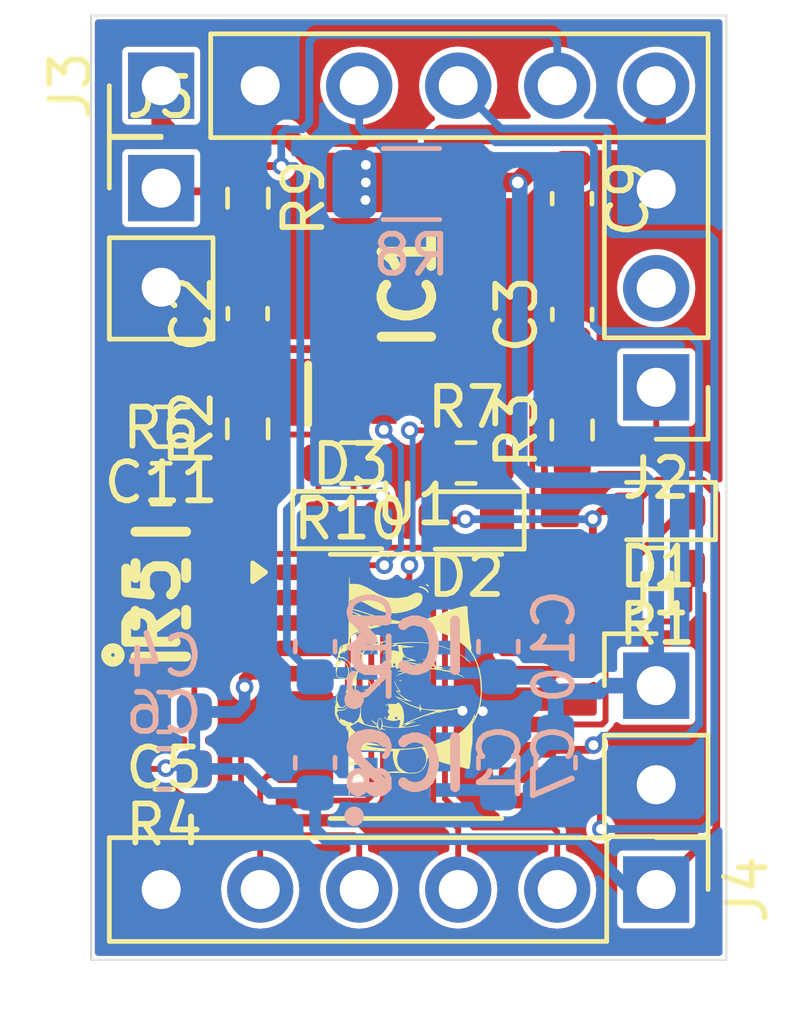
<source format=kicad_pcb>
(kicad_pcb (version 20240108) (generator "pcbnew") (generator_version "8.0")
  (layers (0 "F.Cu" signal) (31 "B.Cu" signal) (34 "B.Paste" user) (35 "F.Paste" user) (36 "B.SilkS" user "B.Silkscreen") (37 "F.SilkS" user "F.Silkscreen") (38 "B.Mask" user) (39 "F.Mask" user) (44 "Edge.Cuts" user))
  (net 0 "")
  (net 1 "VCC")
  (net 2 "/IN1")
  (net 3 "/Motor-")
  (net 4 "GND")
  (net 5 "/IN2")
  (net 6 "/Motor_PWM_OUT")
  (net 7 "/Motor+")
  (net 8 "+3.3V_MCU")
  (net 10 "+3.3V_ENC")
  (net 12 "/OSCH_IN")
  (net 13 "/OSCH_OUT")
  (net 14 "/Dbg_RX")
  (net 15 "/ENC_A")
  (net 16 "/ENC_B")
  (net 17 "/NRST")
  (net 18 "/Motor_PWM")
  (net 20 "/Dbg_TX")
  (net 21 "/BOOT0")
  (net 22 "/SWCLK")
  (net 23 "/SWDIO")
  (net 24 "/FMU_PWM_OUT")
  (net 25 "Net-(IC1-RS)")
  (net 27 "Net-(D1-K)")
  (net 28 "Net-(D2-K)")
  (net 29 "/FMU_PWM")
  (net 31 "Net-(D3-K)")
  (net 32 "/LED")
  (net 33 "/Klicky")
  (footprint "Capacitor_SMD:C_0603_1608Metric" (layer "F.Cu") (at 15.15 23.58 180)
    (property "Reference" "C11" (at 0 -1.43 180) (layer "F.SilkS"))
    (property "Value" "0.1uF")
    (pad "1" smd roundrect (at -0.775 0 180) (size 0.9 0.95) (layers "F.Cu" "F.Paste" "F.Mask") (net 33 "/Klicky"))
    (pad "2" smd roundrect (at 0.775 0 180) (size 0.9 0.95) (layers "F.Cu" "F.Paste" "F.Mask") (net 4 "GND"))
  )
  (footprint "Connector_PinHeader_2.54mm:PinHeader_1x06_P2.54mm_Vertical" (layer "F.Cu") (at 15.15 14.84 90)
    (property "Reference" "J3" (at 0 -2.33 90) (layer "F.SilkS"))
    (property "Value" "Motor")
    (pad "1" thru_hole rect (at 0 0 90) (size 1.7 1.7) (drill 1) (layers "*.Cu" "*.Mask") (net 7 "/Motor+"))
    (pad "2" thru_hole oval (at 0 2.54 90) (size 1.7 1.7) (drill 1) (layers "*.Cu" "*.Mask") (net 4 "GND"))
    (pad "3" thru_hole oval (at 0 5.08 90) (size 1.7 1.7) (drill 1) (layers "*.Cu" "*.Mask") (net 15 "/ENC_A"))
    (pad "4" thru_hole oval (at 0 7.62 90) (size 1.7 1.7) (drill 1) (layers "*.Cu" "*.Mask") (net 16 "/ENC_B"))
    (pad "5" thru_hole oval (at 0 10.16 90) (size 1.7 1.7) (drill 1) (layers "*.Cu" "*.Mask") (net 10 "+3.3V_ENC"))
    (pad "6" thru_hole oval (at 0 12.7 90) (size 1.7 1.7) (drill 1) (layers "*.Cu" "*.Mask") (net 3 "/Motor-"))
  )
  (footprint "Capacitor_SMD:C_0603_1608Metric" (layer "F.Cu") (at 25.69 17.735 -90)
    (property "Reference" "C9" (at 0 -1.43 90) (layer "F.SilkS"))
    (property "Value" "1uF")
    (pad "1" smd roundrect (at -0.775 0 270) (size 0.9 0.95) (layers "F.Cu" "F.Paste" "F.Mask") (net 1 "VCC"))
    (pad "2" smd roundrect (at 0.775 0 270) (size 0.9 0.95) (layers "F.Cu" "F.Paste" "F.Mask") (net 4 "GND"))
  )
  (footprint "Connector_PinHeader_2.54mm:PinHeader_1x06_P2.54mm_Vertical" (layer "F.Cu") (at 27.85 35.44 -90)
    (property "Reference" "J4" (at 0 -2.33 90) (layer "F.SilkS"))
    (property "Value" "Dbg_Port")
    (pad "1" thru_hole rect (at 0 0 270) (size 1.7 1.7) (drill 1) (layers "*.Cu" "*.Mask") (net 8 "+3.3V_MCU"))
    (pad "2" thru_hole oval (at 0 2.54 270) (size 1.7 1.7) (drill 1) (layers "*.Cu" "*.Mask") (net 23 "/SWDIO"))
    (pad "3" thru_hole oval (at 0 5.08 270) (size 1.7 1.7) (drill 1) (layers "*.Cu" "*.Mask") (net 22 "/SWCLK"))
    (pad "4" thru_hole oval (at 0 7.62 270) (size 1.7 1.7) (drill 1) (layers "*.Cu" "*.Mask") (net 14 "/Dbg_RX"))
    (pad "5" thru_hole oval (at 0 10.16 270) (size 1.7 1.7) (drill 1) (layers "*.Cu" "*.Mask") (net 20 "/Dbg_TX"))
    (pad "6" thru_hole oval (at 0 12.7 270) (size 1.7 1.7) (drill 1) (layers "*.Cu" "*.Mask") (net 4 "GND"))
  )
  (footprint "Resistor_SMD:R_0603_1608Metric" (layer "F.Cu") (at 17.37 23.635 90)
    (property "Reference" "R2" (at 0 -1.43 270) (layer "F.SilkS"))
    (property "Value" "R")
    (pad "1" smd roundrect (at -0.825 0 90) (size 0.8 0.95) (layers "F.Cu" "F.Paste" "F.Mask") (net 18 "/Motor_PWM"))
    (pad "2" smd roundrect (at 0.825 0 90) (size 0.8 0.95) (layers "F.Cu" "F.Paste" "F.Mask") (net 6 "/Motor_PWM_OUT"))
  )
  (footprint "SamacSys_Parts:nya_mini" (layer "F.Cu") (at 21.440185 30.234998 -90)
    (property "Reference" "" (hide yes))
    (property "Value" "" (hide yes))
  )
  (footprint "LED_SMD:LED_0603_1608Metric" (layer "F.Cu") (at 27.8875 25.74 180)
    (property "Reference" "D1" (at 0 -1.43 0) (layer "F.SilkS"))
    (property "Value" "LED")
    (pad "1" smd roundrect (at -0.7875 0 180) (size 0.875 0.95) (layers "F.Cu" "F.Paste" "F.Mask") (net 27 "Net-(D1-K)"))
    (pad "2" smd roundrect (at 0.7875 0 180) (size 0.875 0.95) (layers "F.Cu" "F.Paste" "F.Mask") (net 8 "+3.3V_MCU"))
  )
  (footprint "LED_SMD:LED_0603_1608Metric" (layer "F.Cu") (at 22.9775 25.98 180)
    (property "Reference" "D2" (at 0 -1.43 180) (layer "F.SilkS"))
    (property "Value" "+3.3V_MCU")
    (pad "1" smd roundrect (at -0.7875 0 180) (size 0.875 0.95) (layers "F.Cu" "F.Paste" "F.Mask") (net 28 "Net-(D2-K)"))
    (pad "2" smd roundrect (at 0.7875 0 180) (size 0.875 0.95) (layers "F.Cu" "F.Paste" "F.Mask") (net 8 "+3.3V_MCU"))
  )
  (footprint "Resistor_SMD:R_0603_1608Metric" (layer "F.Cu") (at 27.875 27.21 180)
    (property "Reference" "R1" (at 0 -1.43 0) (layer "F.SilkS"))
    (property "Value" "10K")
    (pad "1" smd roundrect (at -0.825 0 180) (size 0.8 0.95) (layers "F.Cu" "F.Paste" "F.Mask") (net 32 "/LED"))
    (pad "2" smd roundrect (at 0.825 0 180) (size 0.8 0.95) (layers "F.Cu" "F.Paste" "F.Mask") (net 27 "Net-(D1-K)"))
  )
  (footprint "Resistor_SMD:R_0603_1608Metric" (layer "F.Cu") (at 20.01 24.51 180)
    (property "Reference" "R10" (at 0 -1.43 180) (layer "F.SilkS"))
    (property "Value" "10K")
    (pad "1" smd roundrect (at -0.825 0 180) (size 0.8 0.95) (layers "F.Cu" "F.Paste" "F.Mask") (net 4 "GND"))
    (pad "2" smd roundrect (at 0.825 0 180) (size 0.8 0.95) (layers "F.Cu" "F.Paste" "F.Mask") (net 31 "Net-(D3-K)"))
  )
  (footprint "Capacitor_SMD:C_0603_1608Metric" (layer "F.Cu") (at 25.695 20.702 90)
    (property "Reference" "C3" (at 0 -1.43 270) (layer "F.SilkS"))
    (property "Value" "C")
    (pad "1" smd roundrect (at -0.775 0 90) (size 0.9 0.95) (layers "F.Cu" "F.Paste" "F.Mask") (net 24 "/FMU_PWM_OUT"))
    (pad "2" smd roundrect (at 0.775 0 90) (size 0.9 0.95) (layers "F.Cu" "F.Paste" "F.Mask") (net 4 "GND"))
  )
  (footprint "Resistor_SMD:R_0603_1608Metric" (layer "F.Cu") (at 15.225 32.35 180)
    (property "Reference" "R4" (at 0 -1.43 0) (layer "F.SilkS"))
    (property "Value" "10K")
    (pad "1" smd roundrect (at -0.825 0 180) (size 0.8 0.95) (layers "F.Cu" "F.Paste" "F.Mask") (net 17 "/NRST"))
    (pad "2" smd roundrect (at 0.825 0 180) (size 0.8 0.95) (layers "F.Cu" "F.Paste" "F.Mask") (net 8 "+3.3V_MCU"))
  )
  (footprint "Resistor_SMD:R_0603_1608Metric" (layer "F.Cu") (at 25.695 23.662 90)
    (property "Reference" "R3" (at 0 -1.43 270) (layer "F.SilkS"))
    (property "Value" "R")
    (pad "1" smd roundrect (at -0.825 0 90) (size 0.8 0.95) (layers "F.Cu" "F.Paste" "F.Mask") (net 29 "/FMU_PWM"))
    (pad "2" smd roundrect (at 0.825 0 90) (size 0.8 0.95) (layers "F.Cu" "F.Paste" "F.Mask") (net 24 "/FMU_PWM_OUT"))
  )
  (footprint "SamacSys_Parts:SOIC127P600X175-9N" (layer "F.Cu") (at 21.5 20.032 90)
    (property "Reference" "IC1" (at 0 0 90) (layer "F.SilkS") (effects (font (size 1.27 1.27) (thickness 0.254))))
    (property "Value" "TB67H450FNG" (hide yes))
    (pad "1" smd rect (at -2.712 -1.905 180) (size 0.65 1.525) (layers "F.Cu" "F.Paste" "F.Mask") (net 4 "GND"))
    (pad "2" smd rect (at -2.712 -0.635 180) (size 0.65 1.525) (layers "F.Cu" "F.Paste" "F.Mask") (net 5 "/IN2"))
    (pad "3" smd rect (at -2.712 0.635 180) (size 0.65 1.525) (layers "F.Cu" "F.Paste" "F.Mask") (net 2 "/IN1"))
    (pad "4" smd rect (at -2.712 1.905 180) (size 0.65 1.525) (layers "F.Cu" "F.Paste" "F.Mask") (net 6 "/Motor_PWM_OUT"))
    (pad "5" smd rect (at 2.712 1.905 180) (size 0.65 1.525) (layers "F.Cu" "F.Paste" "F.Mask") (net 1 "VCC"))
    (pad "6" smd rect (at 2.712 0.635 180) (size 0.65 1.525) (layers "F.Cu" "F.Paste" "F.Mask") (net 3 "/Motor-"))
    (pad "7" smd rect (at 2.712 -0.635 180) (size 0.65 1.525) (layers "F.Cu" "F.Paste" "F.Mask") (net 25 "Net-(IC1-RS)"))
    (pad "8" smd rect (at 2.712 -1.905 180) (size 0.65 1.525) (layers "F.Cu" "F.Paste" "F.Mask") (net 7 "/Motor+"))
    (pad "9" smd rect (at 0 0 90) (size 2.39 2.39) (layers "F.Cu" "F.Paste" "F.Mask") (net 4 "GND"))
  )
  (footprint "LED_SMD:LED_0603_1608Metric" (layer "F.Cu") (at 20.0075 25.97)
    (property "Reference" "D3" (at 0 -1.43 0) (layer "F.SilkS"))
    (property "Value" "+3.3V_ENC")
    (pad "1" smd roundrect (at -0.7875 0) (size 0.875 0.95) (layers "F.Cu" "F.Paste" "F.Mask") (net 31 "Net-(D3-K)"))
    (pad "2" smd roundrect (at 0.7875 0) (size 0.875 0.95) (layers "F.Cu" "F.Paste" "F.Mask") (net 10 "+3.3V_ENC"))
  )
  (footprint "Resistor_SMD:R_0603_1608Metric" (layer "F.Cu") (at 22.97 24.51)
    (property "Reference" "R7" (at 0 -1.43 360) (layer "F.SilkS"))
    (property "Value" "10K")
    (pad "1" smd roundrect (at -0.825 0) (size 0.8 0.95) (layers "F.Cu" "F.Paste" "F.Mask") (net 4 "GND"))
    (pad "2" smd roundrect (at 0.825 0) (size 0.8 0.95) (layers "F.Cu" "F.Paste" "F.Mask") (net 28 "Net-(D2-K)"))
  )
  (footprint "Resistor_SMD:R_0603_1608Metric" (layer "F.Cu") (at 17.375 17.723 -90)
    (property "Reference" "R9" (at 0 -1.43 90) (layer "F.SilkS"))
    (property "Value" "10K")
    (pad "1" smd roundrect (at -0.825 0 270) (size 0.8 0.95) (layers "F.Cu" "F.Paste" "F.Mask") (net 10 "+3.3V_ENC"))
    (pad "2" smd roundrect (at 0.825 0 270) (size 0.8 0.95) (layers "F.Cu" "F.Paste" "F.Mask") (net 33 "/Klicky"))
  )
  (footprint "Capacitor_SMD:C_0603_1608Metric" (layer "F.Cu") (at 15.225 30.89 180)
    (property "Reference" "C5" (at 0 -1.43 0) (layer "F.SilkS"))
    (property "Value" "0.1uF")
    (pad "1" smd roundrect (at -0.775 0 180) (size 0.9 0.95) (layers "F.Cu" "F.Paste" "F.Mask") (net 17 "/NRST"))
    (pad "2" smd roundrect (at 0.775 0 180) (size 0.9 0.95) (layers "F.Cu" "F.Paste" "F.Mask") (net 4 "GND"))
  )
  (footprint "Resistor_SMD:R_0603_1608Metric" (layer "F.Cu") (at 15.15 25.04)
    (property "Reference" "R6" (at 0 -1.43 0) (layer "F.SilkS"))
    (property "Value" "100R")
    (pad "1" smd roundrect (at -0.825 0) (size 0.8 0.95) (layers "F.Cu" "F.Paste" "F.Mask") (net 4 "GND"))
    (pad "2" smd roundrect (at 0.825 0) (size 0.8 0.95) (layers "F.Cu" "F.Paste" "F.Mask") (net 21 "/BOOT0"))
  )
  (footprint "SamacSys_Parts:CSTCE12M0G55-R0" (layer "F.Cu") (at 15.14 27.87 90)
    (property "Reference" "R5" (at -0.282 -0.192 90) (layer "F.SilkS") (effects (font (size 1.27 1.27) (thickness 0.254))))
    (property "Value" "CSTCE8M00G55-R0" (hide yes))
    (pad "1" smd rect (at -1.2 0 90) (size 0.4 2.1) (layers "F.Cu" "F.Paste" "F.Mask") (net 13 "/OSCH_OUT"))
    (pad "2" smd rect (at 0 0 90) (size 0.4 2.1) (layers "F.Cu" "F.Paste" "F.Mask") (net 4 "GND"))
    (pad "3" smd rect (at 1.2 0 90) (size 0.4 2.1) (layers "F.Cu" "F.Paste" "F.Mask") (net 12 "/OSCH_IN"))
  )
  (footprint "Connector_PinHeader_2.54mm:PinHeader_1x02_P2.54mm_Vertical" (layer "F.Cu") (at 15.15 17.465)
    (property "Reference" "J5" (at 0 -2.33 0) (layer "F.SilkS"))
    (property "Value" "Klicky")
    (pad "1" thru_hole rect (at 0 0) (size 1.7 1.7) (drill 1) (layers "*.Cu" "*.Mask") (net 33 "/Klicky"))
    (pad "2" thru_hole oval (at 0 2.54) (size 1.7 1.7) (drill 1) (layers "*.Cu" "*.Mask") (net 4 "GND"))
  )
  (footprint "Capacitor_SMD:C_0603_1608Metric" (layer "F.Cu") (at 17.37 20.68 90)
    (property "Reference" "C2" (at 0 -1.43 270) (layer "F.SilkS"))
    (property "Value" "C")
    (pad "1" smd roundrect (at -0.775 0 90) (size 0.9 0.95) (layers "F.Cu" "F.Paste" "F.Mask") (net 6 "/Motor_PWM_OUT"))
    (pad "2" smd roundrect (at 0.775 0 90) (size 0.9 0.95) (layers "F.Cu" "F.Paste" "F.Mask") (net 4 "GND"))
  )
  (footprint "Package_SO:TSSOP-20_4.4x6.5mm_P0.65mm" (layer "F.Cu") (at 21.6875 30.235)
    (property "Reference" "U1" (at -0.025 -4.658 0) (layer "F.SilkS"))
    (property "Value" "STM32F030F4Px")
    (pad "1" smd roundrect (at -2.8625 -2.925) (size 1.475 0.4) (layers "F.Cu" "F.Paste" "F.Mask") (net 21 "/BOOT0"))
    (pad "2" smd roundrect (at -2.8625 -2.275) (size 1.475 0.4) (layers "F.Cu" "F.Paste" "F.Mask") (net 12 "/OSCH_IN"))
    (pad "3" smd roundrect (at -2.8625 -1.625) (size 1.475 0.4) (layers "F.Cu" "F.Paste" "F.Mask") (net 13 "/OSCH_OUT"))
    (pad "4" smd roundrect (at -2.8625 -0.975) (size 1.475 0.4) (layers "F.Cu" "F.Paste" "F.Mask") (net 17 "/NRST"))
    (pad "5" smd roundrect (at -2.8625 -0.325) (size 1.475 0.4) (layers "F.Cu" "F.Paste" "F.Mask") (net 8 "+3.3V_MCU"))
    (pad "6" smd roundrect (at -2.8625 0.325) (size 1.475 0.4) (layers "F.Cu" "F.Paste" "F.Mask") (net 33 "/Klicky"))
    (pad "7" smd roundrect (at -2.8625 0.975) (size 1.475 0.4) (layers "F.Cu" "F.Paste" "F.Mask") (net 5 "/IN2"))
    (pad "8" smd roundrect (at -2.8625 1.625) (size 1.475 0.4) (layers "F.Cu" "F.Paste" "F.Mask") (net 20 "/Dbg_TX"))
    (pad "9" smd roundrect (at -2.8625 2.275) (size 1.475 0.4) (layers "F.Cu" "F.Paste" "F.Mask") (net 14 "/Dbg_RX"))
    (pad "10" smd roundrect (at -2.8625 2.925) (size 1.475 0.4) (layers "F.Cu" "F.Paste" "F.Mask") (net 2 "/IN1"))
    (pad "11" smd roundrect (at 2.8625 2.925) (size 1.475 0.4) (layers "F.Cu" "F.Paste" "F.Mask"))
    (pad "12" smd roundrect (at 2.8625 2.275) (size 1.475 0.4) (layers "F.Cu" "F.Paste" "F.Mask") (net 16 "/ENC_B"))
    (pad "13" smd roundrect (at 2.8625 1.625) (size 1.475 0.4) (layers "F.Cu" "F.Paste" "F.Mask") (net 15 "/ENC_A"))
    (pad "14" smd roundrect (at 2.8625 0.975) (size 1.475 0.4) (layers "F.Cu" "F.Paste" "F.Mask") (net 32 "/LED"))
    (pad "15" smd roundrect (at 2.8625 0.325) (size 1.475 0.4) (layers "F.Cu" "F.Paste" "F.Mask") (net 4 "GND"))
    (pad "16" smd roundrect (at 2.8625 -0.325) (size 1.475 0.4) (layers "F.Cu" "F.Paste" "F.Mask") (net 8 "+3.3V_MCU"))
    (pad "17" smd roundrect (at 2.8625 -0.975) (size 1.475 0.4) (layers "F.Cu" "F.Paste" "F.Mask") (net 24 "/FMU_PWM_OUT"))
    (pad "18" smd roundrect (at 2.8625 -1.625) (size 1.475 0.4) (layers "F.Cu" "F.Paste" "F.Mask") (net 18 "/Motor_PWM"))
    (pad "19" smd roundrect (at 2.8625 -2.275) (size 1.475 0.4) (layers "F.Cu" "F.Paste" "F.Mask") (net 23 "/SWDIO"))
    (pad "20" smd roundrect (at 2.8625 -2.925) (size 1.475 0.4) (layers "F.Cu" "F.Paste" "F.Mask") (net 22 "/SWCLK"))
  )
  (footprint "Connector_PinHeader_2.54mm:PinHeader_1x02_P2.54mm_Vertical" (layer "F.Cu") (at 27.85 30.215)
    (property "Reference" "J1" (at 0 -2.33 0) (layer "F.SilkS"))
    (property "Value" "Power_IN")
    (pad "1" thru_hole rect (at 0 0) (size 1.7 1.7) (drill 1) (layers "*.Cu" "*.Mask") (net 1 "VCC"))
    (pad "2" thru_hole oval (at 0 2.54) (size 1.7 1.7) (drill 1) (layers "*.Cu" "*.Mask") (net 4 "GND"))
  )
  (footprint "Connector_PinHeader_2.54mm:PinHeader_1x03_P2.54mm_Vertical" (layer "F.Cu") (at 27.85 22.57 180)
    (property "Reference" "J2" (at 0 -2.33 0) (layer "F.SilkS"))
    (property "Value" "FMU_PWM")
    (pad "1" thru_hole rect (at 0 0 180) (size 1.7 1.7) (drill 1) (layers "*.Cu" "*.Mask") (net 29 "/FMU_PWM"))
    (pad "2" thru_hole oval (at 0 2.54 180) (size 1.7 1.7) (drill 1) (layers "*.Cu" "*.Mask"))
    (pad "3" thru_hole oval (at 0 5.08 180) (size 1.7 1.7) (drill 1) (layers "*.Cu" "*.Mask") (net 4 "GND"))
  )
  (footprint "Capacitor_SMD:C_0603_1608Metric" (layer "B.Cu") (at 15.22 32.35 180)
    (property "Reference" "C6" (at 0 1.43 180) (layer "B.SilkS") (effects (justify mirror)))
    (property "Value" "1uF")
    (pad "1" smd roundrect (at -0.775 0 180) (size 0.9 0.95) (layers "B.Cu" "B.Paste" "B.Mask") (net 8 "+3.3V_MCU"))
    (pad "2" smd roundrect (at 0.775 0 180) (size 0.9 0.95) (layers "B.Cu" "B.Paste" "B.Mask") (net 4 "GND"))
  )
  (footprint "Resistor_SMD:R_1206_3216Metric" (layer "B.Cu") (at 21.57 17.36)
    (property "Reference" "R8" (at 0 1.82 360) (layer "B.SilkS") (effects (justify mirror)))
    (property "Value" "100mR")
    (pad "1" smd roundrect (at -1.4625 0) (size 1.125 1.75) (layers "B.Cu" "B.Paste" "B.Mask") (roundrect_rratio 0.222222) (net 25 "Net-(IC1-RS)"))
    (pad "2" smd roundrect (at 1.4625 0) (size 1.125 1.75) (layers "B.Cu" "B.Paste" "B.Mask") (roundrect_rratio 0.222222) (net 4 "GND"))
  )
  (footprint "Capacitor_SMD:C_0603_1608Metric" (layer "B.Cu") (at 19.1 29.215 90)
    (property "Reference" "C12" (at 0 1.43 90) (layer "B.SilkS") (effects (justify mirror)))
    (property "Value" "2.2uF")
    (pad "1" smd roundrect (at -0.775 0 90) (size 0.9 0.95) (layers "B.Cu" "B.Paste" "B.Mask") (net 10 "+3.3V_ENC"))
    (pad "2" smd roundrect (at 0.775 0 90) (size 0.9 0.95) (layers "B.Cu" "B.Paste" "B.Mask") (net 4 "GND"))
  )
  (footprint "Capacitor_SMD:C_0603_1608Metric" (layer "B.Cu") (at 19.1 32.19 90)
    (property "Reference" "C8" (at 0 1.43 90) (layer "B.SilkS") (effects (justify mirror)))
    (property "Value" "2.2uF")
    (pad "1" smd roundrect (at -0.775 0 90) (size 0.9 0.95) (layers "B.Cu" "B.Paste" "B.Mask") (net 8 "+3.3V_MCU"))
    (pad "2" smd roundrect (at 0.775 0 90) (size 0.9 0.95) (layers "B.Cu" "B.Paste" "B.Mask") (net 4 "GND"))
  )
  (footprint "SamacSys_Parts:SON65P200X200X80-7N" (layer "B.Cu") (at 21.45 29.24)
    (property "Reference" "IC3" (at 0 0 0) (layer "B.SilkS") (effects (font (size 1.27 1.27) (thickness 0.254)) (justify mirror)))
    (property "Value" "TPS70933DRVR" (hide yes))
    (pad "1" smd rect (at -1.05 0.65 270) (size 0.35 0.6) (layers "B.Cu" "B.Paste" "B.Mask") (net 10 "+3.3V_ENC"))
    (pad "2" smd rect (at -1.05 0 270) (size 0.35 0.6) (layers "B.Cu" "B.Paste" "B.Mask"))
    (pad "3" smd rect (at -1.05 -0.65 270) (size 0.35 0.6) (layers "B.Cu" "B.Paste" "B.Mask") (net 4 "GND"))
    (pad "4" smd rect (at 1.05 -0.65 270) (size 0.35 0.6) (layers "B.Cu" "B.Paste" "B.Mask"))
    (pad "5" smd rect (at 1.05 0 270) (size 0.35 0.6) (layers "B.Cu" "B.Paste" "B.Mask"))
    (pad "6" smd rect (at 1.05 0.65 270) (size 0.35 0.6) (layers "B.Cu" "B.Paste" "B.Mask") (net 1 "VCC"))
    (pad "7" smd rect (at 0 0) (size 1.1 1.7) (layers "B.Cu" "B.Paste" "B.Mask") (net 4 "GND"))
  )
  (footprint "Capacitor_SMD:C_0603_1608Metric" (layer "B.Cu") (at 15.225 30.89 180)
    (property "Reference" "C4" (at 0 1.43 180) (layer "B.SilkS") (effects (justify mirror)))
    (property "Value" "0.1uF")
    (pad "1" smd roundrect (at -0.775 0 180) (size 0.9 0.95) (layers "B.Cu" "B.Paste" "B.Mask") (net 8 "+3.3V_MCU"))
    (pad "2" smd roundrect (at 0.775 0 180) (size 0.9 0.95) (layers "B.Cu" "B.Paste" "B.Mask") (net 4 "GND"))
  )
  (footprint "Capacitor_SMD:C_0603_1608Metric" (layer "B.Cu") (at 25.27 32.19 -90)
    (property "Reference" "C1" (at 0 1.43 90) (layer "B.SilkS") (effects (justify mirror)))
    (property "Value" "1uF")
    (pad "1" smd roundrect (at -0.775 0 270) (size 0.9 0.95) (layers "B.Cu" "B.Paste" "B.Mask") (net 1 "VCC"))
    (pad "2" smd roundrect (at 0.775 0 270) (size 0.9 0.95) (layers "B.Cu" "B.Paste" "B.Mask") (net 4 "GND"))
  )
  (footprint "SamacSys_Parts:SON65P200X200X80-7N" (layer "B.Cu") (at 21.45 32.24)
    (property "Reference" "IC2" (at 0 0 0) (layer "B.SilkS") (effects (font (size 1.27 1.27) (thickness 0.254)) (justify mirror)))
    (property "Value" "TPS70933DRVR" (hide yes))
    (pad "1" smd rect (at -1.05 0.65 270) (size 0.35 0.6) (layers "B.Cu" "B.Paste" "B.Mask") (net 8 "+3.3V_MCU"))
    (pad "2" smd rect (at -1.05 0 270) (size 0.35 0.6) (layers "B.Cu" "B.Paste" "B.Mask"))
    (pad "3" smd rect (at -1.05 -0.65 270) (size 0.35 0.6) (layers "B.Cu" "B.Paste" "B.Mask") (net 4 "GND"))
    (pad "4" smd rect (at 1.05 -0.65 270) (size 0.35 0.6) (layers "B.Cu" "B.Paste" "B.Mask"))
    (pad "5" smd rect (at 1.05 0 270) (size 0.35 0.6) (layers "B.Cu" "B.Paste" "B.Mask"))
    (pad "6" smd rect (at 1.05 0.65 270) (size 0.35 0.6) (layers "B.Cu" "B.Paste" "B.Mask") (net 1 "VCC"))
    (pad "7" smd rect (at 0 0) (size 1.1 1.7) (layers "B.Cu" "B.Paste" "B.Mask") (net 4 "GND"))
  )
  (footprint "Capacitor_SMD:C_0603_1608Metric" (layer "B.Cu") (at 23.8 32.19 90)
    (property "Reference" "C7" (at 0 1.43 90) (layer "B.SilkS") (effects (justify mirror)))
    (property "Value" "1uF")
    (pad "1" smd roundrect (at -0.775 0 90) (size 0.9 0.95) (layers "B.Cu" "B.Paste" "B.Mask") (net 1 "VCC"))
    (pad "2" smd roundrect (at 0.775 0 90) (size 0.9 0.95) (layers "B.Cu" "B.Paste" "B.Mask") (net 4 "GND"))
  )
  (footprint "Capacitor_SMD:C_0603_1608Metric" (layer "B.Cu") (at 23.8 29.215 90)
    (property "Reference" "C10" (at 0 1.43 90) (layer "B.SilkS") (effects (justify mirror)))
    (property "Value" "1uF")
    (pad "1" smd roundrect (at -0.775 0 90) (size 0.9 0.95) (layers "B.Cu" "B.Paste" "B.Mask") (net 1 "VCC"))
    (pad "2" smd roundrect (at 0.775 0 90) (size 0.9 0.95) (layers "B.Cu" "B.Paste" "B.Mask") (net 4 "GND"))
  )
  (gr_rect (start 13.35 13.04) (end 29.65 37.24) (stroke (width 0.05)) (fill none) (layer "Edge.Cuts"))
  (segment (start 23.405 17.32) (end 24.3 17.32) (width 0.5) (layer "F.Cu") (net 1))
  (segment (start 24.3 17.32) (end 24.66 16.96) (width 0.5) (layer "F.Cu") (net 1))
  (segment (start 24.66 16.96) (end 25.69 16.96) (width 0.5) (layer "F.Cu") (net 1))
  (via (at 24.3 17.32) (size 0.45) (drill 0.3) (layers "F.Cu" "B.Cu") (net 1))
  (segment (start 23.7 29.89) (end 23.8 29.99) (width 0.3) (layer "B.Cu") (net 1))
  (segment (start 26.535 30.215) (end 27.85 30.215) (width 0.4) (layer "B.Cu") (net 1))
  (segment (start 24.66 24.95) (end 27.57 24.95) (width 0.4) (layer "B.Cu") (net 1))
  (segment (start 25.27 30.37) (end 24.89 29.99) (width 0.4) (layer "B.Cu") (net 1))
  (segment (start 26.38 30.37) (end 26.535 30.215) (width 0.4) (layer "B.Cu") (net 1))
  (segment (start 24.35 24.64) (end 24.66 24.95) (width 0.4) (layer "B.Cu") (net 1))
  (segment (start 23.8 32.885) (end 25.27 31.415) (width 0.4) (layer "B.Cu") (net 1))
  (segment (start 27.85 25.23) (end 27.85 30.215) (width 0.4) (layer "B.Cu") (net 1))
  (segment (start 23.725 32.89) (end 23.8 32.965) (width 0.3) (layer "B.Cu") (net 1))
  (segment (start 22.5 29.89) (end 23.7 29.89) (width 0.3) (layer "B.Cu") (net 1))
  (segment (start 27.57 24.95) (end 27.85 25.23) (width 0.4) (layer "B.Cu") (net 1))
  (segment (start 25.27 30.37) (end 26.38 30.37) (width 0.4) (layer "B.Cu") (net 1))
  (segment (start 24.3 17.32) (end 24.35 17.37) (width 0.4) (layer "B.Cu") (net 1))
  (segment (start 25.27 31.415) (end 25.27 30.37) (width 0.4) (layer "B.Cu") (net 1))
  (segment (start 22.5 32.89) (end 23.725 32.89) (width 0.3) (layer "B.Cu") (net 1))
  (segment (start 24.89 29.99) (end 23.8 29.99) (width 0.4) (layer "B.Cu") (net 1))
  (segment (start 23.8 32.965) (end 23.8 32.885) (width 0.4) (layer "B.Cu") (net 1))
  (segment (start 24.35 17.37) (end 24.35 24.64) (width 0.4) (layer "B.Cu") (net 1))
  (segment (start 21.52 27.45) (end 21.39 27.58) (width 0.15) (layer "F.Cu") (net 2))
  (segment (start 21.39 27.58) (end 20.65 27.58) (width 0.15) (layer "F.Cu") (net 2))
  (segment (start 20.54 27.69) (end 20.54 33.04) (width 0.15) (layer "F.Cu") (net 2))
  (segment (start 21.52 27.13) (end 21.52 27.45) (width 0.15) (layer "F.Cu") (net 2))
  (segment (start 20.54 33.04) (end 20.42 33.16) (width 0.15) (layer "F.Cu") (net 2))
  (segment (start 21.526468 23.672078) (end 22.087922 23.672078) (width 0.15) (layer "F.Cu") (net 2))
  (segment (start 20.65 27.58) (end 20.54 27.69) (width 0.15) (layer "F.Cu") (net 2))
  (segment (start 22.135 23.625) (end 22.135 22.744) (width 0.15) (layer "F.Cu") (net 2))
  (segment (start 20.42 33.16) (end 18.825 33.16) (width 0.15) (layer "F.Cu") (net 2))
  (segment (start 22.087922 23.672078) (end 22.135 23.625) (width 0.15) (layer "F.Cu") (net 2))
  (via (at 21.52 27.13) (size 0.45) (drill 0.25) (layers "F.Cu" "B.Cu") (net 2))
  (via (at 21.526468 23.672078) (size 0.45) (drill 0.25) (layers "F.Cu" "B.Cu") (net 2))
  (segment (start 21.52 27.13) (end 21.6 27.05) (width 0.15) (layer "B.Cu") (net 2))
  (segment (start 21.6 23.74561) (end 21.526468 23.672078) (width 0.15) (layer "B.Cu") (net 2))
  (segment (start 21.6 27.05) (end 21.6 23.74561) (width 0.15) (layer "B.Cu") (net 2))
  (segment (start 27.54 16.09) (end 27.85 15.78) (width 0.5) (layer "F.Cu") (net 3))
  (segment (start 22.135 16.305) (end 22.35 16.09) (width 0.5) (layer "F.Cu") (net 3))
  (segment (start 27.85 15.78) (end 27.85 14.84) (width 0.5) (layer "F.Cu") (net 3))
  (segment (start 22.135 17.32) (end 22.135 16.305) (width 0.5) (layer "F.Cu") (net 3))
  (segment (start 22.35 16.09) (end 27.54 16.09) (width 0.5) (layer "F.Cu") (net 3))
  (via (at 22.88 30.86) (size 0.45) (drill 0.25) (layers "F.Cu" "B.Cu") (net 4))
  (via (at 23.4 30.87) (size 0.45) (drill 0.25) (layers "F.Cu" "B.Cu") (net 4))
  (segment (start 20.13 31.21) (end 18.825 31.21) (width 0.15) (layer "F.Cu") (net 5))
  (segment (start 20.24 31.1) (end 20.13 31.21) (width 0.15) (layer "F.Cu") (net 5))
  (segment (start 20.865 22.744) (end 20.865 23.655) (width 0.15) (layer "F.Cu") (net 5))
  (segment (start 20.36 27.13) (end 20.24 27.25) (width 0.15) (layer "F.Cu") (net 5))
  (segment (start 20.872681 27.13) (end 20.36 27.13) (width 0.15) (layer "F.Cu") (net 5))
  (segment (start 20.24 27.25) (end 20.24 31.1) (width 0.15) (layer "F.Cu") (net 5))
  (segment (start 20.865 23.655) (end 20.86 23.66) (width 0.15) (layer "F.Cu") (net 5))
  (via (at 20.872681 27.13) (size 0.45) (drill 0.25) (layers "F.Cu" "B.Cu") (net 5))
  (via (at 20.86 23.66) (size 0.45) (drill 0.25) (layers "F.Cu" "B.Cu") (net 5))
  (segment (start 21.3 24.1) (end 21.3 26.702681) (width 0.15) (layer "B.Cu") (net 5))
  (segment (start 20.86 23.66) (end 21.3 24.1) (width 0.15) (layer "B.Cu") (net 5))
  (segment (start 21.3 26.702681) (end 20.872681 27.13) (width 0.15) (layer "B.Cu") (net 5))
  (segment (start 17.37 21.455) (end 17.375 21.45) (width 0.2) (layer "F.Cu") (net 6))
  (segment (start 17.37 22.81) (end 17.37 21.455) (width 0.2) (layer "F.Cu") (net 6))
  (segment (start 18.28 21.59) (end 23.23 21.59) (width 0.2) (layer "F.Cu") (net 6))
  (segment (start 17.375 21.45) (end 18.14 21.45) (width 0.2) (layer "F.Cu") (net 6))
  (segment (start 23.23 21.59) (end 23.405 21.765) (width 0.2) (layer "F.Cu") (net 6))
  (segment (start 23.405 21.765) (end 23.405 22.744) (width 0.2) (layer "F.Cu") (net 6))
  (segment (start 18.14 21.45) (end 18.28 21.59) (width 0.2) (layer "F.Cu") (net 6))
  (segment (start 15.418 16.098) (end 15.15 15.83) (width 0.5) (layer "F.Cu") (net 7))
  (segment (start 19.595 17.32) (end 18.373 16.098) (width 0.5) (layer "F.Cu") (net 7))
  (segment (start 15.15 15.83) (end 15.15 14.84) (width 0.5) (layer "F.Cu") (net 7))
  (segment (start 18.373 16.098) (end 15.418 16.098) (width 0.5) (layer "F.Cu") (net 7))
  (segment (start 17.43 29.91) (end 18.825 29.91) (width 0.3) (layer "F.Cu") (net 8))
  (segment (start 26.07 29.91) (end 24.55 29.91) (width 0.2) (layer "F.Cu") (net 8))
  (segment (start 22.9225 25.98) (end 22.9525 25.95) (width 0.2) (layer "F.Cu") (net 8))
  (segment (start 27.1 25.74) (end 26.43 25.74) (width 0.2) (layer "F.Cu") (net 8))
  (segment (start 14.4 32.35) (end 15.25 32.35) (width 0.15) (layer "F.Cu") (net 8))
  (segment (start 15.25 32.35) (end 15.27 32.33) (width 0.15) (layer "F.Cu") (net 8))
  (segment (start 29.038974 24.96) (end 29.39 25.311026) (width 0.2) (layer "F.Cu") (net 8))
  (segment (start 27.88 24.96) (end 29.038974 24.96) (width 0.2) (layer "F.Cu") (net 8))
  (segment (start 26.225 29.755) (end 26.07 29.91) (width 0.2) (layer "F.Cu") (net 8))
  (segment (start 26.43 25.74) (end 26.225 25.945) (width 0.2) (layer "F.Cu") (net 8))
  (segment (start 29.39 25.311026) (end 29.39 33.9) (width 0.2) (layer "F.Cu") (net 8))
  (segment (start 29.39 33.9) (end 27.85 35.44) (width 0.2) (layer "F.Cu") (net 8))
  (segment (start 27.1 25.74) (end 27.88 24.96) (width 0.2) (layer "F.Cu") (net 8))
  (segment (start 26.225 25.945) (end 26.225 29.755) (width 0.2) (layer "F.Cu") (net 8))
  (segment (start 22.19 25.98) (end 22.9225 25.98) (width 0.2) (layer "F.Cu") (net 8))
  (segment (start 17.29 30.25) (end 17.29 30.05) (width 0.3) (layer "F.Cu") (net 8))
  (segment (start 17.29 30.05) (end 17.43 29.91) (width 0.3) (layer "F.Cu") (net 8))
  (via (at 26.225 25.945) (size 0.45) (drill 0.25) (layers "F.Cu" "B.Cu") (net 8))
  (via (at 15.27 32.33) (size 0.45) (drill 0.25) (layers "F.Cu" "B.Cu") (net 8))
  (via (at 17.29 30.25) (size 0.45) (drill 0.25) (layers "F.Cu" "B.Cu") (net 8))
  (via (at 22.9525 25.95) (size 0.45) (drill 0.25) (layers "F.Cu" "B.Cu") (net 8))
  (segment (start 19.1 32.965) (end 19.1 33.89) (width 0.3) (layer "B.Cu") (net 8))
  (segment (start 20.4 32.89) (end 19.175 32.89) (width 0.3) (layer "B.Cu") (net 8))
  (segment (start 15.975 32.33) (end 15.995 32.35) (width 0.15) (layer "B.Cu") (net 8))
  (segment (start 26.22 25.95) (end 26.225 25.945) (width 0.2) (layer "B.Cu") (net 8))
  (segment (start 19.36 34.15) (end 25.88 34.15) (width 0.3) (layer "B.Cu") (net 8))
  (segment (start 19.175 32.89) (end 19.1 32.965) (width 0.3) (layer "B.Cu") (net 8))
  (segment (start 22.9525 25.95) (end 26.22 25.95) (width 0.2) (layer "B.Cu") (net 8))
  (segment (start 19.1 32.965) (end 17.945 32.965) (width 0.3) (layer "B.Cu") (net 8))
  (segment (start 25.88 34.15) (end 27.17 35.44) (width 0.3) (layer "B.Cu") (net 8))
  (segment (start 17.29 30.25) (end 17.29 30.69) (width 0.3) (layer "B.Cu") (net 8))
  (segment (start 17.29 30.69) (end 17.09 30.89) (width 0.3) (layer "B.Cu") (net 8))
  (segment (start 15.27 32.33) (end 15.975 32.33) (width 0.15) (layer "B.Cu") (net 8))
  (segment (start 16 30.89) (end 16 32.345) (width 0.3) (layer "B.Cu") (net 8))
  (segment (start 17.33 32.35) (end 15.995 32.35) (width 0.3) (layer "B.Cu") (net 8))
  (segment (start 17.09 30.89) (end 16 30.89) (width 0.3) (layer "B.Cu") (net 8))
  (segment (start 17.945 32.965) (end 17.33 32.35) (width 0.3) (layer "B.Cu") (net 8))
  (segment (start 16 32.345) (end 15.995 32.35) (width 0.3) (layer "B.Cu") (net 8))
  (segment (start 19.1 33.89) (end 19.36 34.15) (width 0.3) (layer "B.Cu") (net 8))
  (segment (start 27.17 35.44) (end 27.85 35.44) (width 0.3) (layer "B.Cu") (net 8))
  (segment (start 20.795 25.365) (end 20.79 25.36) (width 0.2) (layer "F.Cu") (net 10))
  (segment (start 18.23 16.9) (end 17.377 16.9) (width 0.2) (layer "F.Cu") (net 10))
  (segment (start 20.795 25.97) (end 20.795 25.365) (width 0.2) (layer "F.Cu") (net 10))
  (segment (start 17.377 16.9) (end 17.375 16.898) (width 0.2) (layer "F.Cu") (net 10))
  (via (at 20.79 25.36) (size 0.45) (drill 0.25) (layers "F.Cu" "B.Cu") (net 10))
  (via (at 18.23 16.9) (size 0.45) (drill 0.25) (layers "F.Cu" "B.Cu") (net 10))
  (segment (start 18.375 25.705) (end 18.375 29.265) (width 0.2) (layer "B.Cu") (net 10))
  (segment (start 18.77 15.96) (end 18.95 15.78) (width 0.2) (layer "B.Cu") (net 10))
  (segment (start 18.95 15.78) (end 18.95 13.71) (width 0.2) (layer "B.Cu") (net 10))
  (segment (start 18.34 15.96) (end 18.77 15.96) (width 0.2) (layer "B.Cu") (net 10))
  (segment (start 18.95 13.71) (end 19.12 13.54) (width 0.2) (layer "B.Cu") (net 10))
  (segment (start 18.23 16.07) (end 18.34 15.96) (width 0.2) (layer "B.Cu") (net 10))
  (segment (start 25.16 13.54) (end 25.31 13.69) (width 0.2) (layer "B.Cu") (net 10))
  (segment (start 18.72 25.36) (end 18.72 17.03) (width 0.2) (layer "B.Cu") (net 10))
  (segment (start 25.31 13.69) (end 25.31 14.84) (width 0.2) (layer "B.Cu") (net 10))
  (segment (start 19.12 13.54) (end 25.16 13.54) (width 0.2) (layer "B.Cu") (net 10))
  (segment (start 19.2 29.89) (end 19.1 29.99) (width 0.3) (layer "B.Cu") (net 10))
  (segment (start 18.375 29.265) (end 19.1 29.99) (width 0.2) (layer "B.Cu") (net 10))
  (segment (start 18.59 16.9) (end 18.23 16.9) (width 0.2) (layer "B.Cu") (net 10))
  (segment (start 18.72 17.03) (end 18.59 16.9) (width 0.2) (layer "B.Cu") (net 10))
  (segment (start 18.72 25.36) (end 18.375 25.705) (width 0.2) (layer "B.Cu") (net 10))
  (segment (start 18.23 16.9) (end 18.23 16.07) (width 0.2) (layer "B.Cu") (net 10))
  (segment (start 20.4 29.89) (end 19.2 29.89) (width 0.3) (layer "B.Cu") (net 10))
  (segment (start 20.79 25.36) (end 18.72 25.36) (width 0.2) (layer "B.Cu") (net 10))
  (segment (start 16.95 26.78) (end 16.95 27.86) (width 0.15) (layer "F.Cu") (net 12))
  (segment (start 16.95 27.86) (end 17.05 27.96) (width 0.15) (layer "F.Cu") (net 12))
  (segment (start 17.05 27.96) (end 18.825 27.96) (width 0.15) (layer "F.Cu") (net 12))
  (segment (start 16.84 26.67) (end 16.95 26.78) (width 0.15) (layer "F.Cu") (net 12))
  (segment (start 15.14 26.67) (end 16.84 26.67) (width 0.15) (layer "F.Cu") (net 12))
  (segment (start 15.14 29.07) (end 16.86 29.07) (width 0.15) (layer "F.Cu") (net 13))
  (segment (start 17.03 28.61) (end 18.825 28.61) (width 0.15) (layer "F.Cu") (net 13))
  (segment (start 16.96 28.68) (end 17.03 28.61) (width 0.15) (layer "F.Cu") (net 13))
  (segment (start 16.96 28.97) (end 16.96 28.68) (width 0.15) (layer "F.Cu") (net 13))
  (segment (start 16.86 29.07) (end 16.96 28.97) (width 0.15) (layer "F.Cu") (net 13))
  (segment (start 17.89 32.51) (end 17.69 32.71) (width 0.15) (layer "F.Cu") (net 14))
  (segment (start 17.69 33.64) (end 18.1 34.05) (width 0.15) (layer "F.Cu") (net 14))
  (segment (start 20.23 34.18) (end 20.23 35.44) (width 0.15) (layer "F.Cu") (net 14))
  (segment (start 20.1 34.05) (end 20.23 34.18) (width 0.15) (layer "F.Cu") (net 14))
  (segment (start 18.1 34.05) (end 20.1 34.05) (width 0.15) (layer "F.Cu") (net 14))
  (segment (start 17.69 32.71) (end 17.69 33.64) (width 0.15) (layer "F.Cu") (net 14))
  (segment (start 18.825 32.51) (end 17.89 32.51) (width 0.15) (layer "F.Cu") (net 14))
  (segment (start 26.12 31.86) (end 24.55 31.86) (width 0.2) (layer "F.Cu") (net 15))
  (segment (start 26.24 31.74) (end 26.12 31.86) (width 0.2) (layer "F.Cu") (net 15))
  (via (at 26.24 31.74) (size 0.45) (drill 0.25) (layers "F.Cu" "B.Cu") (net 15))
  (segment (start 23.485025 16.05) (end 23.725025 16.29) (width 0.2) (layer "B.Cu") (net 15))
  (segment (start 28.95 31.2) (end 28.65 31.5) (width 0.2) (layer "B.Cu") (net 15))
  (segment (start 20.23 15.9) (end 20.38 16.05) (width 0.2) (layer "B.Cu") (net 15))
  (segment (start 20.38 16.05) (end 23.485025 16.05) (width 0.2) (layer "B.Cu") (net 15))
  (segment (start 28.61 21.13) (end 28.95 21.47) (width 0.2) (layer "B.Cu") (net 15))
  (segment (start 26.4 21.13) (end 28.61 21.13) (width 0.2) (layer "B.Cu") (net 15))
  (segment (start 28.95 21.47) (end 28.95 31.2) (width 0.2) (layer "B.Cu") (net 15))
  (segment (start 26.25 16.43) (end 26.25 20.98) (width 0.2) (layer "B.Cu") (net 15))
  (segment (start 23.725025 16.29) (end 26.11 16.29) (width 0.2) (layer "B.Cu") (net 15))
  (segment (start 20.23 14.84) (end 20.23 15.9) (width 0.2) (layer "B.Cu") (net 15))
  (segment (start 26.11 16.29) (end 26.25 16.43) (width 0.2) (layer "B.Cu") (net 15))
  (segment (start 26.48 31.5) (end 26.24 31.74) (width 0.2) (layer "B.Cu") (net 15))
  (segment (start 28.65 31.5) (end 26.48 31.5) (width 0.2) (layer "B.Cu") (net 15))
  (segment (start 26.25 20.98) (end 26.4 21.13) (width 0.2) (layer "B.Cu") (net 15))
  (segment (start 26.43 32.91) (end 26.03 32.51) (width 0.2) (layer "F.Cu") (net 16))
  (segment (start 26.43 33.89) (end 26.43 32.91) (width 0.2) (layer "F.Cu") (net 16))
  (segment (start 26.03 32.51) (end 24.55 32.51) (width 0.2) (layer "F.Cu") (net 16))
  (via (at 26.43 33.89) (size 0.45) (drill 0.25) (layers "F.Cu" "B.Cu") (net 16))
  (segment (start 29.05 33.89) (end 26.43 33.89) (width 0.2) (layer "B.Cu") (net 16))
  (segment (start 29.34 33.6) (end 29.05 33.89) (width 0.2) (layer "B.Cu") (net 16))
  (segment (start 29.34 18.8) (end 29.34 33.6) (width 0.2) (layer "B.Cu") (net 16))
  (segment (start 26.6 16.01) (end 26.6 18.53) (width 0.2) (layer "B.Cu") (net 16))
  (segment (start 22.77 14.84) (end 23.87 15.94) (width 0.2) (layer "B.Cu") (net 16))
  (segment (start 26.6 18.53) (end 26.72 18.65) (width 0.2) (layer "B.Cu") (net 16))
  (segment (start 23.87 15.94) (end 26.53 15.94) (width 0.2) (layer "B.Cu") (net 16))
  (segment (start 26.72 18.65) (end 29.19 18.65) (width 0.2) (layer "B.Cu") (net 16))
  (segment (start 26.53 15.94) (end 26.6 16.01) (width 0.2) (layer "B.Cu") (net 16))
  (segment (start 29.19 18.65) (end 29.34 18.8) (width 0.2) (layer "B.Cu") (net 16))
  (segment (start 17.73 29.26) (end 18.825 29.26) (width 0.15) (layer "F.Cu") (net 17))
  (segment (start 16 29.66) (end 16.165 29.495) (width 0.15) (layer "F.Cu") (net 17))
  (segment (start 16.05 32.35) (end 16.05 30.94) (width 0.15) (layer "F.Cu") (net 17))
  (segment (start 16 30.89) (end 16 29.66) (width 0.15) (layer "F.Cu") (net 17))
  (segment (start 16.165 29.495) (end 17.495 29.495) (width 0.15) (layer "F.Cu") (net 17))
  (segment (start 16.05 30.94) (end 16 30.89) (width 0.15) (layer "F.Cu") (net 17))
  (segment (start 17.495 29.495) (end 17.73 29.26) (width 0.15) (layer "F.Cu") (net 17))
  (segment (start 20.0875 23.9975) (end 19.87 23.78) (width 0.15) (layer "F.Cu") (net 18))
  (segment (start 24.55 28.61) (end 25.48 28.61) (width 0.15) (layer "F.Cu") (net 18))
  (segment (start 19.87 23.78) (end 18.05 23.78) (width 0.15) (layer "F.Cu") (net 18))
  (segment (start 25.6 28.49) (end 25.6 26.81) (width 0.15) (layer "F.Cu") (net 18))
  (segment (start 18.05 23.78) (end 17.37 24.46) (width 0.15) (layer "F.Cu") (net 18))
  (segment (start 25.6 26.81) (end 25.47 26.68) (width 0.15) (layer "F.Cu") (net 18))
  (segment (start 20.21 26.68) (end 20.0875 26.5575) (width 0.15) (layer "F.Cu") (net 18))
  (segment (start 20.0875 26.5575) (end 20.0875 23.9975) (width 0.15) (layer "F.Cu") (net 18))
  (segment (start 25.47 26.68) (end 20.21 26.68) (width 0.15) (layer "F.Cu") (net 18))
  (segment (start 25.48 28.61) (end 25.6 28.49) (width 0.15) (layer "F.Cu") (net 18))
  (segment (start 17.32 31.86) (end 17.2 31.98) (width 0.15) (layer "F.Cu") (net 20))
  (segment (start 17.2 33.68) (end 17.69 34.17) (width 0.15) (layer "F.Cu") (net 20))
  (segment (start 17.69 34.17) (end 17.69 35.44) (width 0.15) (layer "F.Cu") (net 20))
  (segment (start 18.825 31.86) (end 17.32 31.86) (width 0.15) (layer "F.Cu") (net 20))
  (segment (start 17.2 31.98) (end 17.2 33.68) (width 0.15) (layer "F.Cu") (net 20))
  (segment (start 17.63 27.21) (end 17.73 27.31) (width 0.15) (layer "F.Cu") (net 21))
  (segment (start 17.73 27.31) (end 18.825 27.31) (width 0.15) (layer "F.Cu") (net 21))
  (segment (start 17.5 26) (end 17.63 26.13) (width 0.15) (layer "F.Cu") (net 21))
  (segment (start 15.975 25.925) (end 16.05 26) (width 0.15) (layer "F.Cu") (net 21))
  (segment (start 17.63 26.13) (end 17.63 27.21) (width 0.15) (layer "F.Cu") (net 21))
  (segment (start 15.975 25.04) (end 15.975 25.925) (width 0.15) (layer "F.Cu") (net 21))
  (segment (start 16.05 26) (end 17.5 26) (width 0.15) (layer "F.Cu") (net 21))
  (segment (start 22.77 33.874264) (end 22.77 35.44) (width 0.15) (layer "F.Cu") (net 22))
  (segment (start 24.55 27.31) (end 22.3 27.31) (width 0.15) (layer "F.Cu") (net 22))
  (segment (start 22.3 27.31) (end 22.13 27.48) (width 0.15) (layer "F.Cu") (net 22))
  (segment (start 22.13 33.234264) (end 22.77 33.874264) (width 0.15) (layer "F.Cu") (net 22))
  (segment (start 22.13 27.48) (end 22.13 33.234264) (width 0.15) (layer "F.Cu") (net 22))
  (segment (start 23.17 33.85) (end 25.2 33.85) (width 0.15) (layer "F.Cu") (net 23))
  (segment (start 22.43 28.08) (end 22.43 33.11) (width 0.15) (layer "F.Cu") (net 23))
  (segment (start 22.55 27.96) (end 22.43 28.08) (width 0.15) (layer "F.Cu") (net 23))
  (segment (start 25.2 33.85) (end 25.31 33.96) (width 0.15) (layer "F.Cu") (net 23))
  (segment (start 25.31 33.96) (end 25.31 35.44) (width 0.15) (layer "F.Cu") (net 23))
  (segment (start 24.55 27.96) (end 22.55 27.96) (width 0.15) (layer "F.Cu") (net 23))
  (segment (start 22.43 33.11) (end 23.17 33.85) (width 0.15) (layer "F.Cu") (net 23))
  (segment (start 25.695 22.837) (end 24.813 22.837) (width 0.15) (layer "F.Cu") (net 24))
  (segment (start 25.9 26.51) (end 25.9 29.13) (width 0.15) (layer "F.Cu") (net 24))
  (segment (start 25.75 29.26) (end 24.55 29.26) (width 0.15) (layer "F.Cu") (net 24))
  (segment (start 24.67 26.23) (end 24.82 26.38) (width 0.15) (layer "F.Cu") (net 24))
  (segment (start 25.76 29.27) (end 25.75 29.26) (width 0.15) (layer "F.Cu") (net 24))
  (segment (start 24.82 26.38) (end 25.77 26.38) (width 0.15) (layer "F.Cu") (net 24))
  (segment (start 24.67 22.98) (end 24.67 26.23) (width 0.15) (layer "F.Cu") (net 24))
  (segment (start 24.813 22.837) (end 24.67 22.98) (width 0.15) (layer "F.Cu") (net 24))
  (segment (start 25.9 29.13) (end 25.76 29.27) (width 0.15) (layer "F.Cu") (net 24))
  (segment (start 25.695 21.477) (end 25.695 22.837) (width 0.2) (layer "F.Cu") (net 24))
  (segment (start 25.77 26.38) (end 25.9 26.51) (width 0.15) (layer "F.Cu") (net 24))
  (via (at 20.4 17.32) (size 0.45) (drill 0.25) (layers "F.Cu" "B.Cu") (net 25))
  (via (at 20.4 16.87) (size 0.45) (drill 0.25) (layers "F.Cu" "B.Cu") (net 25))
  (via (at 20.39 17.77) (size 0.45) (drill 0.25) (layers "F.Cu" "B.Cu") (net 25))
  (segment (start 28.675 25.74) (end 28.52 25.74) (width 0.2) (layer "F.Cu") (net 27))
  (segment (start 28.52 25.74) (end 27.05 27.21) (width 0.2) (layer "F.Cu") (net 27))
  (segment (start 23.795 25.95) (end 23.765 25.98) (width 0.15) (layer "F.Cu") (net 28))
  (segment (start 23.795 24.51) (end 23.795 25.95) (width 0.15) (layer "F.Cu") (net 28))
  (segment (start 27.663 24.487) (end 27.85 24.3) (width 0.15) (layer "F.Cu") (net 29))
  (segment (start 25.695 24.487) (end 27.663 24.487) (width 0.15) (layer "F.Cu") (net 29))
  (segment (start 27.85 24.3) (end 27.85 22.57) (width 0.15) (layer "F.Cu") (net 29))
  (segment (start 19.185 25.935) (end 19.22 25.97) (width 0.15) (layer "F.Cu") (net 31))
  (segment (start 19.185 24.51) (end 19.185 25.935) (width 0.15) (layer "F.Cu") (net 31))
  (segment (start 26.7 28.57) (end 26.55 28.72) (width 0.15) (layer "F.Cu") (net 32))
  (segment (start 26.46 31.21) (end 24.55 31.21) (width 0.15) (layer "F.Cu") (net 32))
  (segment (start 26.55 28.72) (end 26.55 31.12) (width 0.15) (layer "F.Cu") (net 32))
  (segment (start 28.38 28.57) (end 26.7 28.57) (width 0.15) (layer "F.Cu") (net 32))
  (segment (start 26.55 31.12) (end 26.46 31.21) (width 0.15) (layer "F.Cu") (net 32))
  (segment (start 28.7 27.21) (end 28.7 28.25) (width 0.15) (layer "F.Cu") (net 32))
  (segment (start 28.7 28.25) (end 28.38 28.57) (width 0.15) (layer "F.Cu") (net 32))
  (segment (start 19.81 30.56) (end 18.825 30.56) (width 0.15) (layer "F.Cu") (net 33))
  (segment (start 17.82 25.7) (end 17.93 25.81) (width 0.15) (layer "F.Cu") (net 33))
  (segment (start 16.36 22.33) (end 16.31 22.38) (width 0.2) (layer "F.Cu") (net 33))
  (segment (start 15.925 23.58) (end 16.62 24.275) (width 0.15) (layer "F.Cu") (net 33))
  (segment (start 16.31 22.38) (end 16.01 22.38) (width 0.2) (layer "F.Cu") (net 33))
  (segment (start 17.375 17.675) (end 17.375 18.548) (width 0.2) (layer "F.Cu") (net 33))
  (segment (start 16.512 18.548) (end 16.36 18.7) (width 0.2) (layer "F.Cu") (net 33))
  (segment (start 15.233 17.548) (end 17.248 17.548) (width 0.2) (layer "F.Cu") (net 33))
  (segment (start 17.93 26.72) (end 18.05 26.84) (width 0.15) (layer "F.Cu") (net 33))
  (segment (start 16.62 24.275) (end 16.62 25.56) (width 0.15) (layer "F.Cu") (net 33))
  (segment (start 19.82 26.84) (end 19.94 26.96) (width 0.15) (layer "F.Cu") (net 33))
  (segment (start 19.94 26.96) (end 19.94 30.43) (width 0.15) (layer "F.Cu") (net 33))
  (segment (start 16.01 22.38) (end 15.925 22.465) (width 0.2) (layer "F.Cu") (net 33))
  (segment (start 15.925 22.465) (end 15.925 23.58) (width 0.2) (layer "F.Cu") (net 33))
  (segment (start 19.94 30.43) (end 19.81 30.56) (width 0.15) (layer "F.Cu") (net 33))
  (segment (start 16.36 18.7) (end 16.36 22.33) (width 0.2) (layer "F.Cu") (net 33))
  (segment (start 15.15 17.465) (end 15.233 17.548) (width 0.2) (layer "F.Cu") (net 33))
  (segment (start 17.93 25.81) (end 17.93 26.72) (width 0.15) (layer "F.Cu") (net 33))
  (segment (start 17.248 17.548) (end 17.375 17.675) (width 0.2) (layer "F.Cu") (net 33))
  (segment (start 16.76 25.7) (end 17.82 25.7) (width 0.15) (layer "F.Cu") (net 33))
  (segment (start 17.375 18.548) (end 16.512 18.548) (width 0.2) (layer "F.Cu") (net 33))
  (segment (start 18.05 26.84) (end 19.82 26.84) (width 0.15) (layer "F.Cu") (net 33))
  (segment (start 16.62 25.56) (end 16.76 25.7) (width 0.15) (layer "F.Cu") (net 33))
  (zone (net 4) (net_name "GND") (layers "F&B.Cu") (priority 1) (connect_pads yes (clearance 0.15)) (min_thickness 0.15) (fill yes (thermal_gap 0.5) (thermal_bridge_width 0.5))
    (polygon (pts (xy 13.32 13.01) (xy 29.68 13) (xy 29.68 37.27) (xy 13.32 37.27)))
  )
  (zone (net 25) (net_name "Net-(IC1-RS)") (layer "B.Cu") (connect_pads yes (clearance 0.15)) (min_thickness 0.15) (fill yes (thermal_gap 0.5) (thermal_bridge_width 0.5))
    (polygon (pts (xy 21.19 16.56) (xy 20.15 16.56) (xy 20.15 18.08) (xy 21.19 18.08)))
  )
)
</source>
